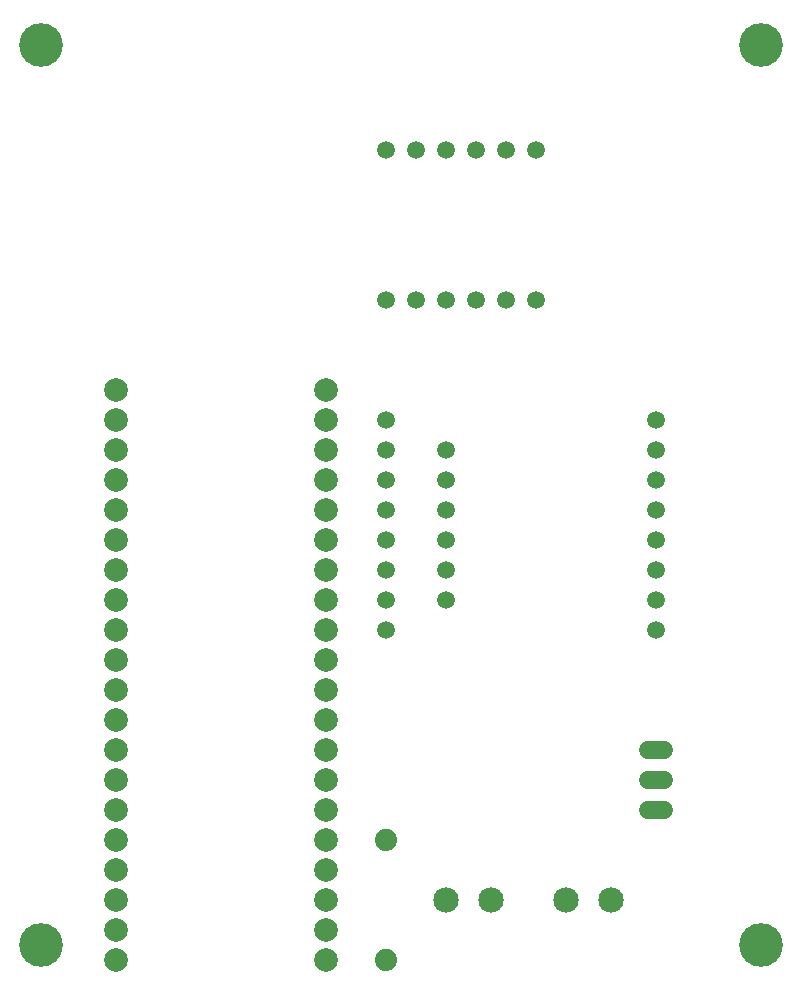
<source format=gbr>
G04 EAGLE Gerber RS-274X export*
G75*
%MOMM*%
%FSLAX34Y34*%
%LPD*%
%INSoldermask Top*%
%IPPOS*%
%AMOC8*
5,1,8,0,0,1.08239X$1,22.5*%
G01*
%ADD10C,3.703200*%
%ADD11C,1.879600*%
%ADD12C,2.153200*%
%ADD13C,1.511200*%
%ADD14C,2.003200*%
%ADD15C,1.511200*%


D10*
X38100Y800100D03*
X38100Y38100D03*
X647700Y38100D03*
X647700Y800100D03*
D11*
X330200Y25400D03*
X330200Y127000D03*
D12*
X482600Y76200D03*
X520700Y76200D03*
X381000Y76200D03*
X419100Y76200D03*
D13*
X552260Y203200D02*
X565340Y203200D01*
X565340Y177800D02*
X552260Y177800D01*
X552260Y152400D02*
X565340Y152400D01*
D14*
X101600Y279400D03*
X101600Y254000D03*
X101600Y228600D03*
X101600Y203200D03*
X101600Y177800D03*
X101600Y152400D03*
X101600Y127000D03*
X101600Y101600D03*
X101600Y76200D03*
X101600Y50800D03*
X101600Y25400D03*
X279400Y25400D03*
X279400Y50800D03*
X279400Y76200D03*
X279400Y101600D03*
X279400Y127000D03*
X279400Y152400D03*
X279400Y177800D03*
X279400Y203200D03*
X279400Y228600D03*
X279400Y254000D03*
X279400Y279400D03*
X279400Y304800D03*
X279400Y330200D03*
X279400Y355600D03*
X279400Y381000D03*
X279400Y406400D03*
X101600Y304800D03*
X101600Y330200D03*
X101600Y355600D03*
X101600Y381000D03*
X101600Y406400D03*
X101600Y431800D03*
X101600Y457200D03*
X101600Y482600D03*
X101600Y508000D03*
X279400Y431800D03*
X279400Y457200D03*
X279400Y482600D03*
X279400Y508000D03*
D15*
X330200Y304800D03*
X330200Y330200D03*
X330200Y355600D03*
X330200Y381000D03*
X330200Y406400D03*
X330200Y431800D03*
X330200Y457200D03*
X330200Y482600D03*
X381000Y330200D03*
X381000Y355600D03*
X381000Y381000D03*
X381000Y406400D03*
X381000Y431800D03*
X381000Y457200D03*
X558800Y304800D03*
X558800Y330200D03*
X558800Y355600D03*
X558800Y381000D03*
X558800Y406400D03*
X558800Y431800D03*
X558800Y457200D03*
X558800Y482600D03*
X330200Y711200D03*
X355600Y711200D03*
X381000Y711200D03*
X406400Y711200D03*
X431800Y711200D03*
X457200Y711200D03*
X330200Y584200D03*
X355600Y584200D03*
X381000Y584200D03*
X406400Y584200D03*
X431800Y584200D03*
X457200Y584200D03*
M02*

</source>
